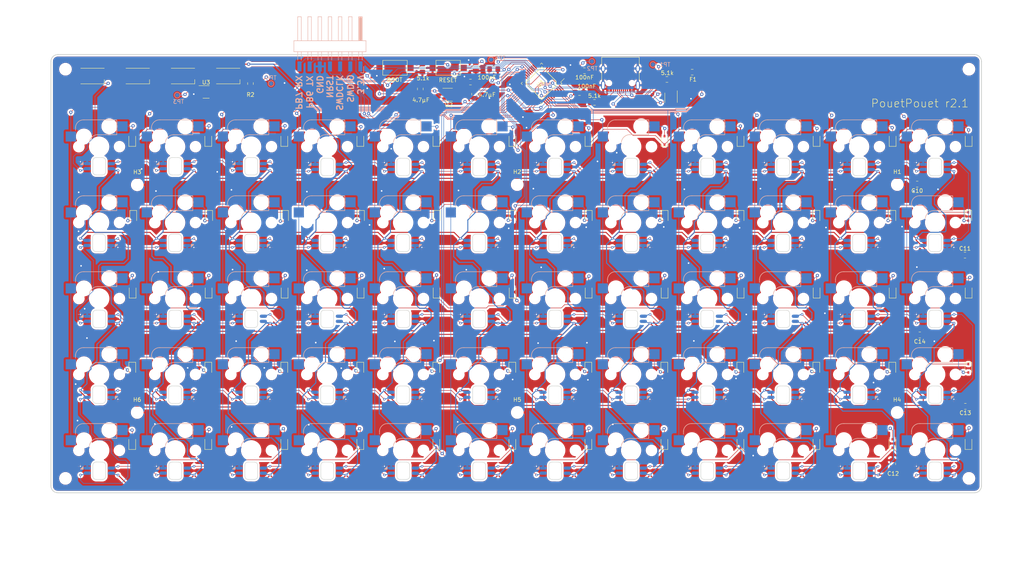
<source format=kicad_pcb>
(kicad_pcb (version 20211014) (generator pcbnew)

  (general
    (thickness 1.6)
  )

  (paper "A3")
  (title_block
    (comment 4 "AISLER Project ID: DXPKZOPX")
  )

  (layers
    (0 "F.Cu" signal)
    (31 "B.Cu" signal)
    (32 "B.Adhes" user "B.Adhesive")
    (33 "F.Adhes" user "F.Adhesive")
    (34 "B.Paste" user)
    (35 "F.Paste" user)
    (36 "B.SilkS" user "B.Silkscreen")
    (37 "F.SilkS" user "F.Silkscreen")
    (38 "B.Mask" user)
    (39 "F.Mask" user)
    (40 "Dwgs.User" user "User.Drawings")
    (41 "Cmts.User" user "User.Comments")
    (42 "Eco1.User" user "User.Eco1")
    (43 "Eco2.User" user "User.Eco2")
    (44 "Edge.Cuts" user)
    (45 "Margin" user)
    (46 "B.CrtYd" user "B.Courtyard")
    (47 "F.CrtYd" user "F.Courtyard")
    (48 "B.Fab" user)
    (49 "F.Fab" user)
  )

  (setup
    (stackup
      (layer "F.SilkS" (type "Top Silk Screen"))
      (layer "F.Paste" (type "Top Solder Paste"))
      (layer "F.Mask" (type "Top Solder Mask") (thickness 0.01))
      (layer "F.Cu" (type "copper") (thickness 0.035))
      (layer "dielectric 1" (type "core") (thickness 1.51) (material "FR4") (epsilon_r 4.5) (loss_tangent 0.02))
      (layer "B.Cu" (type "copper") (thickness 0.035))
      (layer "B.Mask" (type "Bottom Solder Mask") (color "Black") (thickness 0.01))
      (layer "B.Paste" (type "Bottom Solder Paste"))
      (layer "B.SilkS" (type "Bottom Silk Screen"))
      (copper_finish "ENIG")
      (dielectric_constraints no)
    )
    (pad_to_mask_clearance 0)
    (grid_origin 158.1021 86.231)
    (pcbplotparams
      (layerselection 0x00010f0_ffffffff)
      (disableapertmacros false)
      (usegerberextensions true)
      (usegerberattributes false)
      (usegerberadvancedattributes false)
      (creategerberjobfile false)
      (svguseinch false)
      (svgprecision 6)
      (excludeedgelayer true)
      (plotframeref false)
      (viasonmask false)
      (mode 1)
      (useauxorigin false)
      (hpglpennumber 1)
      (hpglpenspeed 20)
      (hpglpendiameter 15.000000)
      (dxfpolygonmode true)
      (dxfimperialunits true)
      (dxfusepcbnewfont true)
      (psnegative false)
      (psa4output false)
      (plotreference true)
      (plotvalue true)
      (plotinvisibletext false)
      (sketchpadsonfab false)
      (subtractmaskfromsilk true)
      (outputformat 1)
      (mirror false)
      (drillshape 0)
      (scaleselection 1)
      (outputdirectory "/tmp/gerber/")
    )
  )

  (net 0 "")
  (net 1 "GND")
  (net 2 "D+")
  (net 3 "Net-(J1-PadB5)")
  (net 4 "D-")
  (net 5 "Net-(J1-PadA5)")
  (net 6 "SWDIO")
  (net 7 "SWDCLK")
  (net 8 "COL4")
  (net 9 "COL5")
  (net 10 "COL2")
  (net 11 "COL6")
  (net 12 "COL3")
  (net 13 "COL1")
  (net 14 "Net-(R1-Pad1)")
  (net 15 "ROW1")
  (net 16 "ROW2")
  (net 17 "ROW3")
  (net 18 "ROW4")
  (net 19 "Net-(D26-Pad2)")
  (net 20 "Net-(D36-Pad2)")
  (net 21 "Net-(D35-Pad2)")
  (net 22 "Net-(D34-Pad2)")
  (net 23 "Net-(D33-Pad2)")
  (net 24 "Net-(D25-Pad2)")
  (net 25 "Net-(D24-Pad2)")
  (net 26 "Net-(D23-Pad2)")
  (net 27 "Net-(D21-Pad2)")
  (net 28 "Net-(D19-Pad2)")
  (net 29 "Net-(D16-Pad2)")
  (net 30 "Net-(D14-Pad2)")
  (net 31 "Net-(D12-Pad2)")
  (net 32 "Net-(D11-Pad2)")
  (net 33 "Net-(D15-Pad2)")
  (net 34 "Net-(D17-Pad2)")
  (net 35 "Net-(D13-Pad2)")
  (net 36 "Net-(D18-Pad2)")
  (net 37 "Net-(D22-Pad2)")
  (net 38 "Net-(D27-Pad2)")
  (net 39 "Net-(D28-Pad2)")
  (net 40 "Net-(D29-Pad2)")
  (net 41 "Net-(D31-Pad2)")
  (net 42 "Net-(D32-Pad2)")
  (net 43 "Net-(D37-Pad2)")
  (net 44 "Net-(D38-Pad2)")
  (net 45 "Net-(D39-Pad2)")
  (net 46 "Net-(D41-Pad2)")
  (net 47 "Net-(D42-Pad2)")
  (net 48 "Net-(D43-Pad2)")
  (net 49 "Net-(D44-Pad2)")
  (net 50 "Net-(D45-Pad2)")
  (net 51 "Net-(D46-Pad2)")
  (net 52 "Net-(D47-Pad2)")
  (net 53 "Net-(D48-Pad2)")
  (net 54 "Net-(D49-Pad2)")
  (net 55 "Net-(D51-Pad2)")
  (net 56 "ROW5")
  (net 57 "Net-(D52-Pad2)")
  (net 58 "Net-(D53-Pad2)")
  (net 59 "Net-(D54-Pad2)")
  (net 60 "Net-(D55-Pad2)")
  (net 61 "Net-(D56-Pad2)")
  (net 62 "Net-(D57-Pad2)")
  (net 63 "Net-(D58-Pad2)")
  (net 64 "Net-(D59-Pad2)")
  (net 65 "Net-(D110-Pad2)")
  (net 66 "Net-(D111-Pad2)")
  (net 67 "Net-(D112-Pad2)")
  (net 68 "Net-(D210-Pad2)")
  (net 69 "Net-(D211-Pad2)")
  (net 70 "Net-(D212-Pad2)")
  (net 71 "Net-(D310-Pad2)")
  (net 72 "Net-(D311-Pad2)")
  (net 73 "Net-(D312-Pad2)")
  (net 74 "Net-(D410-Pad2)")
  (net 75 "Net-(D411-Pad2)")
  (net 76 "Net-(D412-Pad2)")
  (net 77 "Net-(D510-Pad2)")
  (net 78 "Net-(D511-Pad2)")
  (net 79 "Net-(D512-Pad2)")
  (net 80 "COL7")
  (net 81 "COL8")
  (net 82 "COL9")
  (net 83 "COL10")
  (net 84 "COL11")
  (net 85 "COL12")
  (net 86 "SPI1_MOSI_PA7")
  (net 87 "U1_TX_PB6")
  (net 88 "U1_RX_PB7")
  (net 89 "NRST")
  (net 90 "unconnected-(U1-Pad12)")
  (net 91 "Net-(R2-Pad1)")
  (net 92 "VCC")
  (net 93 "SK6812_PWR")
  (net 94 "SK6812_STATUS_OUT")
  (net 95 "Net-(SKR1C1-Pad4)")
  (net 96 "Net-(SKR1C1-Pad2)")
  (net 97 "Net-(SKR1C2-Pad4)")
  (net 98 "Net-(SKR1C3-Pad4)")
  (net 99 "Net-(SKR1C4-Pad4)")
  (net 100 "Net-(SKR1C5-Pad4)")
  (net 101 "Net-(SKR1C6-Pad4)")
  (net 102 "Net-(SKR1C7-Pad4)")
  (net 103 "Net-(SKR1C8-Pad4)")
  (net 104 "Net-(SKR1C10-Pad2)")
  (net 105 "Net-(SKR1C10-Pad4)")
  (net 106 "Net-(SKR1C11-Pad4)")
  (net 107 "Net-(SKR2C1-Pad2)")
  (net 108 "Net-(SKR2C2-Pad2)")
  (net 109 "Net-(SKR2C3-Pad2)")
  (net 110 "Net-(SKR2C4-Pad2)")
  (net 111 "Net-(SKR2C5-Pad2)")
  (net 112 "Net-(SKR2C6-Pad2)")
  (net 113 "Net-(SKR2C7-Pad2)")
  (net 114 "Net-(SKR2C8-Pad2)")
  (net 115 "Net-(SKR2C10-Pad4)")
  (net 116 "Net-(SKR2C10-Pad2)")
  (net 117 "Net-(SKR2C11-Pad2)")
  (net 118 "Net-(SKR2C12-Pad2)")
  (net 119 "Net-(SKR3C1-Pad4)")
  (net 120 "Net-(SKR3C1-Pad2)")
  (net 121 "Net-(SKR3C2-Pad4)")
  (net 122 "Net-(SKR3C3-Pad4)")
  (net 123 "Net-(SKR3C4-Pad4)")
  (net 124 "Net-(SKR3C5-Pad4)")
  (net 125 "Net-(SKR3C6-Pad4)")
  (net 126 "Net-(SKR3C7-Pad4)")
  (net 127 "Net-(SKR3C8-Pad4)")
  (net 128 "Net-(SKR3C10-Pad2)")
  (net 129 "Net-(SKR3C10-Pad4)")
  (net 130 "Net-(SKR3C11-Pad4)")
  (net 131 "Net-(SKR4C1-Pad2)")
  (net 132 "Net-(SKR4C2-Pad2)")
  (net 133 "Net-(SKR4C3-Pad2)")
  (net 134 "Net-(SKR4C4-Pad2)")
  (net 135 "Net-(SKR4C5-Pad2)")
  (net 136 "Net-(SKR4C6-Pad2)")
  (net 137 "Net-(SKR4C7-Pad2)")
  (net 138 "Net-(SKR4C8-Pad2)")
  (net 139 "Net-(SKR4C10-Pad4)")
  (net 140 "Net-(SKR4C10-Pad2)")
  (net 141 "Net-(SKR4C11-Pad2)")
  (net 142 "Net-(SKR4C12-Pad2)")
  (net 143 "Net-(SKR5C1-Pad4)")
  (net 144 "unconnected-(SKR5C1-Pad2)")
  (net 145 "Net-(SKR5C2-Pad4)")
  (net 146 "Net-(SKR5C3-Pad4)")
  (net 147 "unconnected-(J1-PadA8)")
  (net 148 "unconnected-(J1-PadB8)")
  (net 149 "unconnected-(U1-Pad2)")
  (net 150 "unconnected-(U1-Pad3)")
  (net 151 "unconnected-(U1-Pad4)")
  (net 152 "unconnected-(U1-Pad5)")
  (net 153 "unconnected-(U1-Pad6)")
  (net 154 "Net-(SKR5C4-Pad4)")
  (net 155 "Net-(SKR5C5-Pad4)")
  (net 156 "unconnected-(U1-Pad14)")
  (net 157 "unconnected-(U1-Pad16)")
  (net 158 "Net-(SKR5C6-Pad4)")
  (net 159 "Net-(SKR5C7-Pad4)")
  (net 160 "unconnected-(U1-Pad11)")
  (net 161 "unconnected-(U2-Pad4)")
  (net 162 "Net-(SKR5C8-Pad4)")
  (net 163 "Net-(SKR5C10-Pad2)")
  (net 164 "unconnected-(U1-Pad13)")
  (net 165 "unconnected-(U1-Pad29)")
  (net 166 "unconnected-(U1-Pad30)")
  (net 167 "SK6812_IN")
  (net 168 "Net-(SKR5C10-Pad4)")
  (net 169 "Net-(STAT2-Pad1)")
  (net 170 "Net-(STAT3-Pad1)")
  (net 171 "Net-(STAT1-Pad1)")
  (net 172 "Net-(SKR5C11-Pad4)")
  (net 173 "+3V3")
  (net 174 "SPI1_SCK_PA5")

  (footprint "kicad-usb:USB_C_Receptacle_HRO_TYPE-C-31-M-12" (layer "F.Cu") (at 254.8721 84.361 180))

  (footprint "Resistor_SMD:R_0805_2012Metric_Pad1.15x1.40mm_HandSolder" (layer "F.Cu") (at 205.3621 83.181 -90))

  (footprint "Resistor_SMD:R_0805_2012Metric_Pad1.15x1.40mm_HandSolder" (layer "F.Cu") (at 248.3721 91.781 180))

  (footprint "Resistor_SMD:R_0805_2012Metric_Pad1.15x1.40mm_HandSolder" (layer "F.Cu") (at 266.4921 86.051))

  (footprint "Package_QFP:LQFP-48_7x7mm_P0.5mm" (layer "F.Cu") (at 235.1321 87.031 -135))

  (footprint "Capacitor_SMD:C_0805_2012Metric_Pad1.15x1.40mm_HandSolder" (layer "F.Cu") (at 204.8321 88.421 90))

  (footprint "Capacitor_SMD:C_0805_2012Metric_Pad1.15x1.40mm_HandSolder" (layer "F.Cu") (at 218.3921 89.731 90))

  (footprint "Capacitor_SMD:C_0805_2012Metric_Pad1.15x1.40mm_HandSolder" (layer "F.Cu") (at 223.1821 83.511 180))

  (footprint "Capacitor_SMD:C_0805_2012Metric_Pad1.15x1.40mm_HandSolder" (layer "F.Cu") (at 245.8721 83.871 180))

  (footprint "Button_Switch_SMD:SW_SPST_CK_RS282G05A3" (layer "F.Cu") (at 198.5021 83.121 180))

  (footprint "Capacitor_SMD:C_0805_2012Metric_Pad1.15x1.40mm_HandSolder" (layer "F.Cu") (at 218.7221 82.841 90))

  (footprint "Button_Switch_SMD:SW_SPST_CK_RS282G05A3" (layer "F.Cu") (at 211.8021 83.121))

  (footprint "Capacitor_SMD:C_0805_2012Metric_Pad1.15x1.40mm_HandSolder" (layer "F.Cu") (at 244.6271 89.321 180))

  (footprint "Diode_SMD:D_SOD-323" (layer "F.Cu") (at 303.9021 101.281 90))

  (footprint "Diode_SMD:D_SOD-323" (layer "F.Cu") (at 208.8521 101.281 90))

  (footprint "custom:CherryMX_Hotswap" (layer "F.Cu") (at 124.54285 178.85875))

  (footprint "custom:CherryMX_Hotswap" (layer "F.Cu") (at 124.54285 159.85875))

  (footprint "custom:CherryMX_Hotswap" (layer "F.Cu") (at 124.54285 140.85875))

  (footprint "custom:CherryMX_Hotswap" (layer "F.Cu") (at 124.54285 121.85875))

  (footprint "custom:CherryMX_Hotswap" (layer "F.Cu") (at 124.54285 102.85875))

  (footprint "custom:CherryMX_Hotswap" (layer "F.Cu") (at 143.54285 159.85875))

  (footprint "custom:CherryMX_Hotswap" (layer "F.Cu") (at 143.54285 140.85875))

  (footprint "custom:CherryMX_Hotswap" (layer "F.Cu") (at 143.54285 121.85875))

  (footprint "custom:CherryMX_Hotswap" (layer "F.Cu") (at 143.54285 102.85875))

  (footprint "custom:CherryMX_Hotswap" (layer "F.Cu") (at 162.54285 178.85875))

  (footprint "custom:CherryMX_Hotswap" (layer "F.Cu") (at 162.54285 159.85875))

  (footprint "custom:CherryMX_Hotswap" (layer "F.Cu") (at 162.54285 140.85875))

  (footprint "custom:CherryMX_Hotswap" (layer "F.Cu") (at 162.54285 121.85875))

  (footprint "custom:CherryMX_Hotswap" (layer "F.Cu") (at 162.54285 102.85875))

  (footprint "custom:CherryMX_Hotswap" (layer "F.Cu") (at 181.54285 178.85875))

  (footprint "custom:CherryMX_Hotswap" (layer "F.Cu") (at 181.54285 159.85875))

  (footprint "custom:CherryMX_Hotswap" (layer "F.Cu") (at 181.54285 140.85875))

  (footprint "custom:CherryMX_Hotswap" (layer "F.Cu") (at 181.54285 121.85875))

  (footprint "custom:CherryMX_Hotswap" (layer "F.Cu") (at 181.54285 102.85875))

  (footprint "custom:CherryMX_Hotswap" (layer "F.Cu") (at 200.54285 178.85875))

  (footprint "custom:CherryMX_Hotswap" (layer "F.Cu") (at 200.54285 159.85875))

  (footprint "custom:CherryMX_Hotswap" (layer "F.Cu") (at 200.54285 140.85875))

  (footprint "custom:CherryMX_Hotswap" (layer "F.Cu") (at 200.54285 121.85875))

  (footprint "Diode_SMD:D_SOD-323" (layer "F.Cu") (at 322.9121 101.281 90))

  (footprint "Diode_SMD:D_SOD-323" (layer "F.Cu") (at 284.8921 101.281 90))

  (footprint "Diode_SMD:D_SOD-323" (layer "F.Cu") (at 189.99937 120.324636 -90))

  (footprint "Diode_SMD:D_SOD-323" (layer "F.Cu") (at 208.97846 120.324636 -90))

  (footprint "Diode_SMD:D_SOD-323" (layer "F.Cu") (at 227.95755 120.324636 -90))

  (footprint "custom:CherryMX_Hotswap" (layer "F.Cu") (at 314.54285 140.85875))

  (footprint "custom:CherryMX_Hotswap" (layer "F.Cu") (at 314.54285 102.85875))

  (footprint "custom:CherryMX_Hotswap" (layer "F.Cu")
    (tedit 5F70BC32) (tstamp 00000000-0000-0000-0000-00005f50295e)
    (at 333.54285 178.85875)
    (property "Sheetfile" "pouetpouet.kicad_sch")
    (property "Sheetname" "")
    (path "/00000000-0000-0000-0000-00005f728054")
    (attr through_hole)
    (fp_t
... [5920343 chars truncated]
</source>
